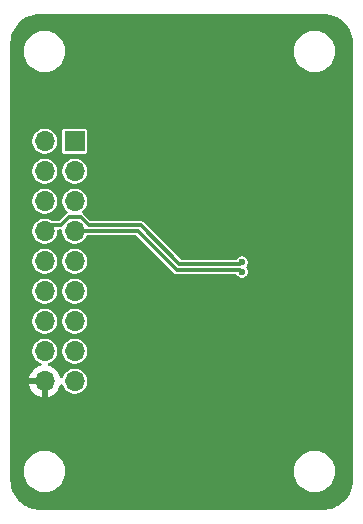
<source format=gbr>
%TF.GenerationSoftware,KiCad,Pcbnew,9.0.0*%
%TF.CreationDate,2025-08-11T15:21:08+02:00*%
%TF.ProjectId,ov5640_adapter,6f763536-3430-45f6-9164-61707465722e,rev?*%
%TF.SameCoordinates,Original*%
%TF.FileFunction,Copper,L2,Bot*%
%TF.FilePolarity,Positive*%
%FSLAX46Y46*%
G04 Gerber Fmt 4.6, Leading zero omitted, Abs format (unit mm)*
G04 Created by KiCad (PCBNEW 9.0.0) date 2025-08-11 15:21:08*
%MOMM*%
%LPD*%
G01*
G04 APERTURE LIST*
%TA.AperFunction,ComponentPad*%
%ADD10R,1.700000X1.700000*%
%TD*%
%TA.AperFunction,ComponentPad*%
%ADD11O,1.700000X1.700000*%
%TD*%
%TA.AperFunction,ViaPad*%
%ADD12C,0.600000*%
%TD*%
%TA.AperFunction,Conductor*%
%ADD13C,0.300000*%
%TD*%
G04 APERTURE END LIST*
D10*
%TO.P,J1,1,Pin_1*%
%TO.N,unconnected-(J1-Pin_1-Pad1)*%
X90240000Y-90850000D03*
D11*
%TO.P,J1,2,Pin_2*%
%TO.N,/CAM_PD#*%
X87700000Y-90850000D03*
%TO.P,J1,3,Pin_3*%
%TO.N,unconnected-(J1-Pin_3-Pad3)*%
X90240000Y-93390000D03*
%TO.P,J1,4,Pin_4*%
%TO.N,unconnected-(J1-Pin_4-Pad4)*%
X87700000Y-93390000D03*
%TO.P,J1,5,Pin_5*%
%TO.N,/CSI_D0_P*%
X90240000Y-95930000D03*
%TO.P,J1,6,Pin_6*%
%TO.N,/CSI_D0_N*%
X87700000Y-95930000D03*
%TO.P,J1,7,Pin_7*%
%TO.N,/CSI_CK_P*%
X90240000Y-98470000D03*
%TO.P,J1,8,Pin_8*%
%TO.N,/CSI_CK_N*%
X87700000Y-98470000D03*
%TO.P,J1,9,Pin_9*%
%TO.N,/CSI_D1_P*%
X90240000Y-101010000D03*
%TO.P,J1,10,Pin_10*%
%TO.N,/CSI_D1_N*%
X87700000Y-101010000D03*
%TO.P,J1,11,Pin_11*%
%TO.N,unconnected-(J1-Pin_11-Pad11)*%
X90240000Y-103550000D03*
%TO.P,J1,12,Pin_12*%
%TO.N,unconnected-(J1-Pin_12-Pad12)*%
X87700000Y-103550000D03*
%TO.P,J1,13,Pin_13*%
%TO.N,unconnected-(J1-Pin_13-Pad13)*%
X90240000Y-106090000D03*
%TO.P,J1,14,Pin_14*%
%TO.N,unconnected-(J1-Pin_14-Pad14)*%
X87700000Y-106090000D03*
%TO.P,J1,15,Pin_15*%
%TO.N,/SCL*%
X90240000Y-108630000D03*
%TO.P,J1,16,Pin_16*%
%TO.N,/SDA*%
X87700000Y-108630000D03*
%TO.P,J1,17,Pin_17*%
%TO.N,+3V3*%
X90240000Y-111170000D03*
%TO.P,J1,18,Pin_18*%
%TO.N,GND*%
X87700000Y-111170000D03*
%TD*%
D12*
%TO.N,/CSI_CK_P*%
X104400000Y-101900000D03*
%TO.N,GND*%
X104800000Y-100000000D03*
X98500000Y-96950000D03*
X92500000Y-99550000D03*
X92500000Y-102350000D03*
X88900000Y-96850000D03*
X104800000Y-103000000D03*
X88900000Y-99550000D03*
X97500000Y-102350000D03*
X103800000Y-100050000D03*
X92500000Y-94150000D03*
X88900000Y-102250000D03*
X104800000Y-97000000D03*
X99768600Y-100045600D03*
X88900000Y-94350000D03*
X98500000Y-94050000D03*
X103700000Y-103050000D03*
X104800000Y-94000000D03*
X92500000Y-96850000D03*
%TO.N,/CSI_CK_N*%
X104400000Y-101100000D03*
%TD*%
D13*
%TO.N,/CSI_CK_P*%
X98896446Y-101750000D02*
X95616446Y-98470000D01*
X95616446Y-98470000D02*
X90240000Y-98470000D01*
X104250000Y-101750000D02*
X98896446Y-101750000D01*
X104400000Y-101900000D02*
X104250000Y-101750000D01*
%TO.N,/CSI_CK_N*%
X99103554Y-101250000D02*
X95823554Y-97970000D01*
X90737471Y-97269000D02*
X89742529Y-97269000D01*
X104400000Y-101100000D02*
X104250000Y-101250000D01*
X89041529Y-97970000D02*
X88200000Y-97970000D01*
X104250000Y-101250000D02*
X99103554Y-101250000D01*
X91438471Y-97970000D02*
X90737471Y-97269000D01*
X88200000Y-97970000D02*
X87700000Y-98470000D01*
X95823554Y-97970000D02*
X91438471Y-97970000D01*
X89742529Y-97269000D02*
X89041529Y-97970000D01*
%TD*%
%TA.AperFunction,Conductor*%
%TO.N,GND*%
G36*
X111303736Y-80050726D02*
G01*
X111593796Y-80068271D01*
X111608659Y-80070076D01*
X111890798Y-80121780D01*
X111905335Y-80125363D01*
X112179172Y-80210695D01*
X112193163Y-80216000D01*
X112454743Y-80333727D01*
X112467989Y-80340680D01*
X112713465Y-80489075D01*
X112725776Y-80497573D01*
X112951573Y-80674473D01*
X112962781Y-80684403D01*
X113165596Y-80887218D01*
X113175526Y-80898426D01*
X113295481Y-81051538D01*
X113352422Y-81124217D01*
X113360928Y-81136540D01*
X113509316Y-81382004D01*
X113516275Y-81395263D01*
X113633997Y-81656831D01*
X113639306Y-81670832D01*
X113724635Y-81944663D01*
X113728219Y-81959201D01*
X113779923Y-82241340D01*
X113781728Y-82256205D01*
X113799274Y-82546263D01*
X113799500Y-82553750D01*
X113799500Y-119546249D01*
X113799274Y-119553736D01*
X113781728Y-119843794D01*
X113779923Y-119858659D01*
X113728219Y-120140798D01*
X113724635Y-120155336D01*
X113639306Y-120429167D01*
X113633997Y-120443168D01*
X113516275Y-120704736D01*
X113509316Y-120717995D01*
X113360928Y-120963459D01*
X113352422Y-120975782D01*
X113175526Y-121201573D01*
X113165596Y-121212781D01*
X112962781Y-121415596D01*
X112951573Y-121425526D01*
X112725782Y-121602422D01*
X112713459Y-121610928D01*
X112467995Y-121759316D01*
X112454736Y-121766275D01*
X112193168Y-121883997D01*
X112179167Y-121889306D01*
X111905336Y-121974635D01*
X111890798Y-121978219D01*
X111608659Y-122029923D01*
X111593794Y-122031728D01*
X111303736Y-122049274D01*
X111296249Y-122049500D01*
X87303751Y-122049500D01*
X87296264Y-122049274D01*
X87006205Y-122031728D01*
X86991340Y-122029923D01*
X86709201Y-121978219D01*
X86694663Y-121974635D01*
X86420832Y-121889306D01*
X86406831Y-121883997D01*
X86145263Y-121766275D01*
X86132004Y-121759316D01*
X85886540Y-121610928D01*
X85874217Y-121602422D01*
X85648426Y-121425526D01*
X85637218Y-121415596D01*
X85434403Y-121212781D01*
X85424473Y-121201573D01*
X85247573Y-120975776D01*
X85239075Y-120963465D01*
X85090680Y-120717989D01*
X85083727Y-120704743D01*
X84966000Y-120443163D01*
X84960693Y-120429167D01*
X84940183Y-120363349D01*
X84875363Y-120155335D01*
X84871780Y-120140798D01*
X84865938Y-120108918D01*
X84820075Y-119858657D01*
X84818271Y-119843794D01*
X84813481Y-119764612D01*
X84800726Y-119553736D01*
X84800500Y-119546249D01*
X84800500Y-118675258D01*
X85949500Y-118675258D01*
X85949500Y-118904741D01*
X85974446Y-119094215D01*
X85979452Y-119132238D01*
X85979453Y-119132240D01*
X86038842Y-119353887D01*
X86126650Y-119565876D01*
X86126657Y-119565890D01*
X86241392Y-119764617D01*
X86381081Y-119946661D01*
X86381089Y-119946670D01*
X86543330Y-120108911D01*
X86543338Y-120108918D01*
X86725382Y-120248607D01*
X86725385Y-120248608D01*
X86725388Y-120248611D01*
X86924112Y-120363344D01*
X86924117Y-120363346D01*
X86924123Y-120363349D01*
X87015480Y-120401190D01*
X87136113Y-120451158D01*
X87357762Y-120510548D01*
X87585266Y-120540500D01*
X87585273Y-120540500D01*
X87814727Y-120540500D01*
X87814734Y-120540500D01*
X88042238Y-120510548D01*
X88263887Y-120451158D01*
X88475888Y-120363344D01*
X88674612Y-120248611D01*
X88856661Y-120108919D01*
X88856665Y-120108914D01*
X88856670Y-120108911D01*
X89018911Y-119946670D01*
X89018914Y-119946665D01*
X89018919Y-119946661D01*
X89158611Y-119764612D01*
X89273344Y-119565888D01*
X89361158Y-119353887D01*
X89420548Y-119132238D01*
X89450500Y-118904734D01*
X89450500Y-118675266D01*
X89450499Y-118675258D01*
X108809500Y-118675258D01*
X108809500Y-118904741D01*
X108834446Y-119094215D01*
X108839452Y-119132238D01*
X108839453Y-119132240D01*
X108898842Y-119353887D01*
X108986650Y-119565876D01*
X108986657Y-119565890D01*
X109101392Y-119764617D01*
X109241081Y-119946661D01*
X109241089Y-119946670D01*
X109403330Y-120108911D01*
X109403338Y-120108918D01*
X109585382Y-120248607D01*
X109585385Y-120248608D01*
X109585388Y-120248611D01*
X109784112Y-120363344D01*
X109784117Y-120363346D01*
X109784123Y-120363349D01*
X109875480Y-120401190D01*
X109996113Y-120451158D01*
X110217762Y-120510548D01*
X110445266Y-120540500D01*
X110445273Y-120540500D01*
X110674727Y-120540500D01*
X110674734Y-120540500D01*
X110902238Y-120510548D01*
X111123887Y-120451158D01*
X111335888Y-120363344D01*
X111534612Y-120248611D01*
X111716661Y-120108919D01*
X111716665Y-120108914D01*
X111716670Y-120108911D01*
X111878911Y-119946670D01*
X111878914Y-119946665D01*
X111878919Y-119946661D01*
X112018611Y-119764612D01*
X112133344Y-119565888D01*
X112221158Y-119353887D01*
X112280548Y-119132238D01*
X112310500Y-118904734D01*
X112310500Y-118675266D01*
X112280548Y-118447762D01*
X112221158Y-118226113D01*
X112133344Y-118014112D01*
X112018611Y-117815388D01*
X112018608Y-117815385D01*
X112018607Y-117815382D01*
X111878918Y-117633338D01*
X111878911Y-117633330D01*
X111716670Y-117471089D01*
X111716661Y-117471081D01*
X111534617Y-117331392D01*
X111335890Y-117216657D01*
X111335876Y-117216650D01*
X111123887Y-117128842D01*
X110902238Y-117069452D01*
X110864215Y-117064446D01*
X110674741Y-117039500D01*
X110674734Y-117039500D01*
X110445266Y-117039500D01*
X110445258Y-117039500D01*
X110228715Y-117068009D01*
X110217762Y-117069452D01*
X110124076Y-117094554D01*
X109996112Y-117128842D01*
X109784123Y-117216650D01*
X109784109Y-117216657D01*
X109585382Y-117331392D01*
X109403338Y-117471081D01*
X109241081Y-117633338D01*
X109101392Y-117815382D01*
X108986657Y-118014109D01*
X108986650Y-118014123D01*
X108898842Y-118226112D01*
X108839453Y-118447759D01*
X108839451Y-118447770D01*
X108809500Y-118675258D01*
X89450499Y-118675258D01*
X89420548Y-118447762D01*
X89361158Y-118226113D01*
X89273344Y-118014112D01*
X89158611Y-117815388D01*
X89158608Y-117815385D01*
X89158607Y-117815382D01*
X89018918Y-117633338D01*
X89018911Y-117633330D01*
X88856670Y-117471089D01*
X88856661Y-117471081D01*
X88674617Y-117331392D01*
X88475890Y-117216657D01*
X88475876Y-117216650D01*
X88263887Y-117128842D01*
X88042238Y-117069452D01*
X88004215Y-117064446D01*
X87814741Y-117039500D01*
X87814734Y-117039500D01*
X87585266Y-117039500D01*
X87585258Y-117039500D01*
X87368715Y-117068009D01*
X87357762Y-117069452D01*
X87264076Y-117094554D01*
X87136112Y-117128842D01*
X86924123Y-117216650D01*
X86924109Y-117216657D01*
X86725382Y-117331392D01*
X86543338Y-117471081D01*
X86381081Y-117633338D01*
X86241392Y-117815382D01*
X86126657Y-118014109D01*
X86126650Y-118014123D01*
X86038842Y-118226112D01*
X85979453Y-118447759D01*
X85979451Y-118447770D01*
X85949500Y-118675258D01*
X84800500Y-118675258D01*
X84800500Y-110920000D01*
X86372769Y-110920000D01*
X87266988Y-110920000D01*
X87234075Y-110977007D01*
X87200000Y-111104174D01*
X87200000Y-111235826D01*
X87234075Y-111362993D01*
X87266988Y-111420000D01*
X86372769Y-111420000D01*
X86383242Y-111486126D01*
X86383242Y-111486129D01*
X86448904Y-111688217D01*
X86545379Y-111877557D01*
X86670272Y-112049459D01*
X86670276Y-112049464D01*
X86820535Y-112199723D01*
X86820540Y-112199727D01*
X86992442Y-112324620D01*
X87181782Y-112421095D01*
X87383871Y-112486757D01*
X87450000Y-112497231D01*
X87450000Y-111603012D01*
X87507007Y-111635925D01*
X87634174Y-111670000D01*
X87765826Y-111670000D01*
X87892993Y-111635925D01*
X87950000Y-111603012D01*
X87950000Y-112497230D01*
X88016126Y-112486757D01*
X88016129Y-112486757D01*
X88218217Y-112421095D01*
X88407557Y-112324620D01*
X88579459Y-112199727D01*
X88579464Y-112199723D01*
X88729723Y-112049464D01*
X88729727Y-112049459D01*
X88854620Y-111877557D01*
X88951095Y-111688217D01*
X89008343Y-111512026D01*
X89047780Y-111454351D01*
X89112139Y-111427152D01*
X89180985Y-111439066D01*
X89232461Y-111486310D01*
X89240835Y-111502891D01*
X89309058Y-111667596D01*
X89424024Y-111839657D01*
X89570342Y-111985975D01*
X89570345Y-111985977D01*
X89742402Y-112100941D01*
X89933580Y-112180130D01*
X90136530Y-112220499D01*
X90136534Y-112220500D01*
X90136535Y-112220500D01*
X90343466Y-112220500D01*
X90343467Y-112220499D01*
X90546420Y-112180130D01*
X90737598Y-112100941D01*
X90909655Y-111985977D01*
X91055977Y-111839655D01*
X91170941Y-111667598D01*
X91250130Y-111476420D01*
X91290500Y-111273465D01*
X91290500Y-111066535D01*
X91250130Y-110863580D01*
X91170941Y-110672402D01*
X91055977Y-110500345D01*
X91055975Y-110500342D01*
X90909657Y-110354024D01*
X90814638Y-110290535D01*
X90737598Y-110239059D01*
X90546420Y-110159870D01*
X90546412Y-110159868D01*
X90343469Y-110119500D01*
X90343465Y-110119500D01*
X90136535Y-110119500D01*
X90136530Y-110119500D01*
X89933587Y-110159868D01*
X89933579Y-110159870D01*
X89742403Y-110239058D01*
X89570342Y-110354024D01*
X89424024Y-110500342D01*
X89309057Y-110672403D01*
X89240835Y-110837108D01*
X89196994Y-110891511D01*
X89130700Y-110913576D01*
X89063000Y-110896297D01*
X89015390Y-110845159D01*
X89008343Y-110827973D01*
X88951095Y-110651782D01*
X88854620Y-110462442D01*
X88729727Y-110290540D01*
X88729723Y-110290535D01*
X88579464Y-110140276D01*
X88579459Y-110140272D01*
X88407557Y-110015379D01*
X88218216Y-109918904D01*
X88042026Y-109861656D01*
X87984350Y-109822218D01*
X87957152Y-109757860D01*
X87969067Y-109689013D01*
X88016311Y-109637538D01*
X88032882Y-109629168D01*
X88197598Y-109560941D01*
X88369655Y-109445977D01*
X88515977Y-109299655D01*
X88630941Y-109127598D01*
X88710130Y-108936420D01*
X88750500Y-108733465D01*
X88750500Y-108526535D01*
X88750499Y-108526530D01*
X89189500Y-108526530D01*
X89189500Y-108733469D01*
X89229868Y-108936412D01*
X89229870Y-108936420D01*
X89309058Y-109127596D01*
X89424024Y-109299657D01*
X89570342Y-109445975D01*
X89570345Y-109445977D01*
X89742402Y-109560941D01*
X89933580Y-109640130D01*
X90098855Y-109673005D01*
X90136530Y-109680499D01*
X90136534Y-109680500D01*
X90136535Y-109680500D01*
X90343466Y-109680500D01*
X90343467Y-109680499D01*
X90546420Y-109640130D01*
X90737598Y-109560941D01*
X90909655Y-109445977D01*
X91055977Y-109299655D01*
X91170941Y-109127598D01*
X91250130Y-108936420D01*
X91290500Y-108733465D01*
X91290500Y-108526535D01*
X91250130Y-108323580D01*
X91170941Y-108132402D01*
X91055977Y-107960345D01*
X91055975Y-107960342D01*
X90909657Y-107814024D01*
X90823626Y-107756541D01*
X90737598Y-107699059D01*
X90546420Y-107619870D01*
X90546412Y-107619868D01*
X90343469Y-107579500D01*
X90343465Y-107579500D01*
X90136535Y-107579500D01*
X90136530Y-107579500D01*
X89933587Y-107619868D01*
X89933579Y-107619870D01*
X89742403Y-107699058D01*
X89570342Y-107814024D01*
X89424024Y-107960342D01*
X89309058Y-108132403D01*
X89229870Y-108323579D01*
X89229868Y-108323587D01*
X89189500Y-108526530D01*
X88750499Y-108526530D01*
X88710130Y-108323580D01*
X88630941Y-108132402D01*
X88515977Y-107960345D01*
X88515975Y-107960342D01*
X88369657Y-107814024D01*
X88283626Y-107756541D01*
X88197598Y-107699059D01*
X88006420Y-107619870D01*
X88006412Y-107619868D01*
X87803469Y-107579500D01*
X87803465Y-107579500D01*
X87596535Y-107579500D01*
X87596530Y-107579500D01*
X87393587Y-107619868D01*
X87393579Y-107619870D01*
X87202403Y-107699058D01*
X87030342Y-107814024D01*
X86884024Y-107960342D01*
X86769058Y-108132403D01*
X86689870Y-108323579D01*
X86689868Y-108323587D01*
X86649500Y-108526530D01*
X86649500Y-108733469D01*
X86689868Y-108936412D01*
X86689870Y-108936420D01*
X86769058Y-109127596D01*
X86884024Y-109299657D01*
X87030342Y-109445975D01*
X87202405Y-109560943D01*
X87305043Y-109603456D01*
X87367108Y-109629164D01*
X87421511Y-109673005D01*
X87443576Y-109739299D01*
X87426297Y-109806998D01*
X87375160Y-109854609D01*
X87357974Y-109861656D01*
X87181781Y-109918905D01*
X86992442Y-110015379D01*
X86820540Y-110140272D01*
X86820535Y-110140276D01*
X86670276Y-110290535D01*
X86670272Y-110290540D01*
X86545379Y-110462442D01*
X86448904Y-110651782D01*
X86383242Y-110853870D01*
X86383242Y-110853873D01*
X86372769Y-110920000D01*
X84800500Y-110920000D01*
X84800500Y-105986530D01*
X86649500Y-105986530D01*
X86649500Y-106193469D01*
X86689868Y-106396412D01*
X86689870Y-106396420D01*
X86769058Y-106587596D01*
X86884024Y-106759657D01*
X87030342Y-106905975D01*
X87030345Y-106905977D01*
X87202402Y-107020941D01*
X87393580Y-107100130D01*
X87596530Y-107140499D01*
X87596534Y-107140500D01*
X87596535Y-107140500D01*
X87803466Y-107140500D01*
X87803467Y-107140499D01*
X88006420Y-107100130D01*
X88197598Y-107020941D01*
X88369655Y-106905977D01*
X88515977Y-106759655D01*
X88630941Y-106587598D01*
X88710130Y-106396420D01*
X88750500Y-106193465D01*
X88750500Y-105986535D01*
X88750499Y-105986530D01*
X89189500Y-105986530D01*
X89189500Y-106193469D01*
X89229868Y-106396412D01*
X89229870Y-106396420D01*
X89309058Y-106587596D01*
X89424024Y-106759657D01*
X89570342Y-106905975D01*
X89570345Y-106905977D01*
X89742402Y-107020941D01*
X89933580Y-107100130D01*
X90136530Y-107140499D01*
X90136534Y-107140500D01*
X90136535Y-107140500D01*
X90343466Y-107140500D01*
X90343467Y-107140499D01*
X90546420Y-107100130D01*
X90737598Y-107020941D01*
X90909655Y-106905977D01*
X91055977Y-106759655D01*
X91170941Y-106587598D01*
X91250130Y-106396420D01*
X91290500Y-106193465D01*
X91290500Y-105986535D01*
X91250130Y-105783580D01*
X91170941Y-105592402D01*
X91055977Y-105420345D01*
X91055975Y-105420342D01*
X90909657Y-105274024D01*
X90823626Y-105216541D01*
X90737598Y-105159059D01*
X90546420Y-105079870D01*
X90546412Y-105079868D01*
X90343469Y-105039500D01*
X90343465Y-105039500D01*
X90136535Y-105039500D01*
X90136530Y-105039500D01*
X89933587Y-105079868D01*
X89933579Y-105079870D01*
X89742403Y-105159058D01*
X89570342Y-105274024D01*
X89424024Y-105420342D01*
X89309058Y-105592403D01*
X89229870Y-105783579D01*
X89229868Y-105783587D01*
X89189500Y-105986530D01*
X88750499Y-105986530D01*
X88710130Y-105783580D01*
X88630941Y-105592402D01*
X88515977Y-105420345D01*
X88515975Y-105420342D01*
X88369657Y-105274024D01*
X88283626Y-105216541D01*
X88197598Y-105159059D01*
X88006420Y-105079870D01*
X88006412Y-105079868D01*
X87803469Y-105039500D01*
X87803465Y-105039500D01*
X87596535Y-105039500D01*
X87596530Y-105039500D01*
X87393587Y-105079868D01*
X87393579Y-105079870D01*
X87202403Y-105159058D01*
X87030342Y-105274024D01*
X86884024Y-105420342D01*
X86769058Y-105592403D01*
X86689870Y-105783579D01*
X86689868Y-105783587D01*
X86649500Y-105986530D01*
X84800500Y-105986530D01*
X84800500Y-103446530D01*
X86649500Y-103446530D01*
X86649500Y-103653469D01*
X86689868Y-103856412D01*
X86689870Y-103856420D01*
X86769058Y-104047596D01*
X86884024Y-104219657D01*
X87030342Y-104365975D01*
X87030345Y-104365977D01*
X87202402Y-104480941D01*
X87393580Y-104560130D01*
X87596530Y-104600499D01*
X87596534Y-104600500D01*
X87596535Y-104600500D01*
X87803466Y-104600500D01*
X87803467Y-104600499D01*
X88006420Y-104560130D01*
X88197598Y-104480941D01*
X88369655Y-104365977D01*
X88515977Y-104219655D01*
X88630941Y-104047598D01*
X88710130Y-103856420D01*
X88750500Y-103653465D01*
X88750500Y-103446535D01*
X88750499Y-103446530D01*
X89189500Y-103446530D01*
X89189500Y-103653469D01*
X89229868Y-103856412D01*
X89229870Y-103856420D01*
X89309058Y-104047596D01*
X89424024Y-104219657D01*
X89570342Y-104365975D01*
X89570345Y-104365977D01*
X89742402Y-104480941D01*
X89933580Y-104560130D01*
X90136530Y-104600499D01*
X90136534Y-104600500D01*
X90136535Y-104600500D01*
X90343466Y-104600500D01*
X90343467Y-104600499D01*
X90546420Y-104560130D01*
X90737598Y-104480941D01*
X90909655Y-104365977D01*
X91055977Y-104219655D01*
X91170941Y-104047598D01*
X91250130Y-103856420D01*
X91290500Y-103653465D01*
X91290500Y-103446535D01*
X91250130Y-103243580D01*
X91170941Y-103052402D01*
X91055977Y-102880345D01*
X91055975Y-102880342D01*
X90909657Y-102734024D01*
X90823626Y-102676541D01*
X90737598Y-102619059D01*
X90546420Y-102539870D01*
X90546412Y-102539868D01*
X90343469Y-102499500D01*
X90343465Y-102499500D01*
X90136535Y-102499500D01*
X90136530Y-102499500D01*
X89933587Y-102539868D01*
X89933579Y-102539870D01*
X89742403Y-102619058D01*
X89570342Y-102734024D01*
X89424024Y-102880342D01*
X89309058Y-103052403D01*
X89229870Y-103243579D01*
X89229868Y-103243587D01*
X89189500Y-103446530D01*
X88750499Y-103446530D01*
X88710130Y-103243580D01*
X88630941Y-103052402D01*
X88515977Y-102880345D01*
X88515975Y-102880342D01*
X88369657Y-102734024D01*
X88283626Y-102676541D01*
X88197598Y-102619059D01*
X88006420Y-102539870D01*
X88006412Y-102539868D01*
X87803469Y-102499500D01*
X87803465Y-102499500D01*
X87596535Y-102499500D01*
X87596530Y-102499500D01*
X87393587Y-102539868D01*
X87393579Y-102539870D01*
X87202403Y-102619058D01*
X87030342Y-102734024D01*
X86884024Y-102880342D01*
X86769058Y-103052403D01*
X86689870Y-103243579D01*
X86689868Y-103243587D01*
X86649500Y-103446530D01*
X84800500Y-103446530D01*
X84800500Y-100906530D01*
X86649500Y-100906530D01*
X86649500Y-101113469D01*
X86689868Y-101316412D01*
X86689870Y-101316420D01*
X86769058Y-101507596D01*
X86884024Y-101679657D01*
X87030342Y-101825975D01*
X87030345Y-101825977D01*
X87202402Y-101940941D01*
X87393580Y-102020130D01*
X87596530Y-102060499D01*
X87596534Y-102060500D01*
X87596535Y-102060500D01*
X87803466Y-102060500D01*
X87803467Y-102060499D01*
X88006420Y-102020130D01*
X88197598Y-101940941D01*
X88369655Y-101825977D01*
X88515977Y-101679655D01*
X88630941Y-101507598D01*
X88710130Y-101316420D01*
X88750500Y-101113465D01*
X88750500Y-100906535D01*
X88750499Y-100906530D01*
X89189500Y-100906530D01*
X89189500Y-101113469D01*
X89229868Y-101316412D01*
X89229870Y-101316420D01*
X89309058Y-101507596D01*
X89424024Y-101679657D01*
X89570342Y-101825975D01*
X89570345Y-101825977D01*
X89742402Y-101940941D01*
X89933580Y-102020130D01*
X90136530Y-102060499D01*
X90136534Y-102060500D01*
X90136535Y-102060500D01*
X90343466Y-102060500D01*
X90343467Y-102060499D01*
X90546420Y-102020130D01*
X90737598Y-101940941D01*
X90909655Y-101825977D01*
X91055977Y-101679655D01*
X91170941Y-101507598D01*
X91250130Y-101316420D01*
X91290500Y-101113465D01*
X91290500Y-100906535D01*
X91250130Y-100703580D01*
X91170941Y-100512402D01*
X91055977Y-100340345D01*
X91055975Y-100340342D01*
X90909657Y-100194024D01*
X90823626Y-100136541D01*
X90737598Y-100079059D01*
X90546420Y-99999870D01*
X90546412Y-99999868D01*
X90343469Y-99959500D01*
X90343465Y-99959500D01*
X90136535Y-99959500D01*
X90136530Y-99959500D01*
X89933587Y-99999868D01*
X89933579Y-99999870D01*
X89742403Y-100079058D01*
X89570342Y-100194024D01*
X89424024Y-100340342D01*
X89309058Y-100512403D01*
X89229870Y-100703579D01*
X89229868Y-100703587D01*
X89189500Y-100906530D01*
X88750499Y-100906530D01*
X88710130Y-100703580D01*
X88630941Y-100512402D01*
X88515977Y-100340345D01*
X88515975Y-100340342D01*
X88369657Y-100194024D01*
X88283626Y-100136541D01*
X88197598Y-100079059D01*
X88006420Y-99999870D01*
X88006412Y-99999868D01*
X87803469Y-99959500D01*
X87803465Y-99959500D01*
X87596535Y-99959500D01*
X87596530Y-99959500D01*
X87393587Y-99999868D01*
X87393579Y-99999870D01*
X87202403Y-100079058D01*
X87030342Y-100194024D01*
X86884024Y-100340342D01*
X86769058Y-100512403D01*
X86689870Y-100703579D01*
X86689868Y-100703587D01*
X86649500Y-100906530D01*
X84800500Y-100906530D01*
X84800500Y-98366530D01*
X86649500Y-98366530D01*
X86649500Y-98573469D01*
X86689868Y-98776412D01*
X86689870Y-98776420D01*
X86769058Y-98967596D01*
X86884024Y-99139657D01*
X87030342Y-99285975D01*
X87030345Y-99285977D01*
X87202402Y-99400941D01*
X87393580Y-99480130D01*
X87596530Y-99520499D01*
X87596534Y-99520500D01*
X87596535Y-99520500D01*
X87803466Y-99520500D01*
X87803467Y-99520499D01*
X88006420Y-99480130D01*
X88197598Y-99400941D01*
X88369655Y-99285977D01*
X88515977Y-99139655D01*
X88630941Y-98967598D01*
X88710130Y-98776420D01*
X88750500Y-98573465D01*
X88750500Y-98444500D01*
X88753050Y-98435814D01*
X88751762Y-98426853D01*
X88762740Y-98402812D01*
X88770185Y-98377461D01*
X88777025Y-98371533D01*
X88780787Y-98363297D01*
X88803021Y-98349007D01*
X88822989Y-98331706D01*
X88833503Y-98329418D01*
X88839565Y-98325523D01*
X88874500Y-98320500D01*
X89065500Y-98320500D01*
X89132539Y-98340185D01*
X89178294Y-98392989D01*
X89189500Y-98444500D01*
X89189500Y-98573469D01*
X89229868Y-98776412D01*
X89229870Y-98776420D01*
X89309058Y-98967596D01*
X89424024Y-99139657D01*
X89570342Y-99285975D01*
X89570345Y-99285977D01*
X89742402Y-99400941D01*
X89933580Y-99480130D01*
X90136530Y-99520499D01*
X90136534Y-99520500D01*
X90136535Y-99520500D01*
X90343466Y-99520500D01*
X90343467Y-99520499D01*
X90546420Y-99480130D01*
X90737598Y-99400941D01*
X90909655Y-99285977D01*
X91055977Y-99139655D01*
X91170941Y-98967598D01*
X91200164Y-98897048D01*
X91244005Y-98842644D01*
X91310299Y-98820579D01*
X91314725Y-98820500D01*
X95419902Y-98820500D01*
X95486941Y-98840185D01*
X95507583Y-98856819D01*
X98681233Y-102030469D01*
X98733246Y-102060499D01*
X98733248Y-102060500D01*
X98733250Y-102060501D01*
X98761155Y-102076613D01*
X98761157Y-102076613D01*
X98761158Y-102076614D01*
X98850302Y-102100500D01*
X103866240Y-102100500D01*
X103933279Y-102120185D01*
X103973626Y-102162499D01*
X103999500Y-102207314D01*
X104092686Y-102300500D01*
X104206814Y-102366392D01*
X104334108Y-102400500D01*
X104334110Y-102400500D01*
X104465890Y-102400500D01*
X104465892Y-102400500D01*
X104593186Y-102366392D01*
X104707314Y-102300500D01*
X104800500Y-102207314D01*
X104866392Y-102093186D01*
X104900500Y-101965892D01*
X104900500Y-101834108D01*
X104866392Y-101706814D01*
X104800500Y-101592686D01*
X104795495Y-101587681D01*
X104762010Y-101526358D01*
X104766994Y-101456666D01*
X104795495Y-101412319D01*
X104800500Y-101407314D01*
X104866392Y-101293186D01*
X104900500Y-101165892D01*
X104900500Y-101034108D01*
X104866392Y-100906814D01*
X104800500Y-100792686D01*
X104707314Y-100699500D01*
X104650250Y-100666554D01*
X104593187Y-100633608D01*
X104529539Y-100616554D01*
X104465892Y-100599500D01*
X104334108Y-100599500D01*
X104206812Y-100633608D01*
X104092686Y-100699500D01*
X104092683Y-100699502D01*
X103999501Y-100792684D01*
X103973627Y-100837500D01*
X103923060Y-100885716D01*
X103866240Y-100899500D01*
X99300098Y-100899500D01*
X99233059Y-100879815D01*
X99212417Y-100863181D01*
X96038767Y-97689531D01*
X96038762Y-97689527D01*
X95958844Y-97643387D01*
X95958843Y-97643386D01*
X95958842Y-97643386D01*
X95869698Y-97619500D01*
X95869697Y-97619500D01*
X91635015Y-97619500D01*
X91567976Y-97599815D01*
X91547334Y-97583181D01*
X90952684Y-96988531D01*
X90952679Y-96988527D01*
X90907553Y-96962474D01*
X90859338Y-96911907D01*
X90846114Y-96843300D01*
X90872082Y-96778436D01*
X90900669Y-96751981D01*
X90909655Y-96745977D01*
X91055977Y-96599655D01*
X91170941Y-96427598D01*
X91250130Y-96236420D01*
X91290500Y-96033465D01*
X91290500Y-95826535D01*
X91250130Y-95623580D01*
X91170941Y-95432402D01*
X91055977Y-95260345D01*
X91055975Y-95260342D01*
X90909657Y-95114024D01*
X90823626Y-95056541D01*
X90737598Y-94999059D01*
X90546420Y-94919870D01*
X90546412Y-94919868D01*
X90343469Y-94879500D01*
X90343465Y-94879500D01*
X90136535Y-94879500D01*
X90136530Y-94879500D01*
X89933587Y-94919868D01*
X89933579Y-94919870D01*
X89742403Y-94999058D01*
X89570342Y-95114024D01*
X89424024Y-95260342D01*
X89309058Y-95432403D01*
X89229870Y-95623579D01*
X89229868Y-95623587D01*
X89189500Y-95826530D01*
X89189500Y-96033469D01*
X89229868Y-96236412D01*
X89229870Y-96236420D01*
X89309058Y-96427596D01*
X89424024Y-96599657D01*
X89570343Y-96745976D01*
X89579334Y-96751983D01*
X89624140Y-96805594D01*
X89632850Y-96874918D01*
X89602697Y-96937947D01*
X89572447Y-96962474D01*
X89527317Y-96988529D01*
X89527315Y-96988531D01*
X88932666Y-97583181D01*
X88871343Y-97616666D01*
X88844985Y-97619500D01*
X88355601Y-97619500D01*
X88288562Y-97599815D01*
X88286750Y-97598628D01*
X88232471Y-97562360D01*
X88197603Y-97539062D01*
X88197595Y-97539057D01*
X88006420Y-97459870D01*
X88006412Y-97459868D01*
X87803469Y-97419500D01*
X87803465Y-97419500D01*
X87596535Y-97419500D01*
X87596530Y-97419500D01*
X87393587Y-97459868D01*
X87393579Y-97459870D01*
X87202403Y-97539058D01*
X87030342Y-97654024D01*
X86884024Y-97800342D01*
X86769058Y-97972403D01*
X86689870Y-98163579D01*
X86689868Y-98163587D01*
X86649500Y-98366530D01*
X84800500Y-98366530D01*
X84800500Y-95826530D01*
X86649500Y-95826530D01*
X86649500Y-96033469D01*
X86689868Y-96236412D01*
X86689870Y-96236420D01*
X86769058Y-96427596D01*
X86884024Y-96599657D01*
X87030342Y-96745975D01*
X87030345Y-96745977D01*
X87202402Y-96860941D01*
X87393580Y-96940130D01*
X87505912Y-96962474D01*
X87596530Y-96980499D01*
X87596534Y-96980500D01*
X87596535Y-96980500D01*
X87803466Y-96980500D01*
X87803467Y-96980499D01*
X88006420Y-96940130D01*
X88197598Y-96860941D01*
X88369655Y-96745977D01*
X88515977Y-96599655D01*
X88630941Y-96427598D01*
X88710130Y-96236420D01*
X88750500Y-96033465D01*
X88750500Y-95826535D01*
X88710130Y-95623580D01*
X88630941Y-95432402D01*
X88515977Y-95260345D01*
X88515975Y-95260342D01*
X88369657Y-95114024D01*
X88283626Y-95056541D01*
X88197598Y-94999059D01*
X88006420Y-94919870D01*
X88006412Y-94919868D01*
X87803469Y-94879500D01*
X87803465Y-94879500D01*
X87596535Y-94879500D01*
X87596530Y-94879500D01*
X87393587Y-94919868D01*
X87393579Y-94919870D01*
X87202403Y-94999058D01*
X87030342Y-95114024D01*
X86884024Y-95260342D01*
X86769058Y-95432403D01*
X86689870Y-95623579D01*
X86689868Y-95623587D01*
X86649500Y-95826530D01*
X84800500Y-95826530D01*
X84800500Y-93286530D01*
X86649500Y-93286530D01*
X86649500Y-93493469D01*
X86689868Y-93696412D01*
X86689870Y-93696420D01*
X86769058Y-93887596D01*
X86884024Y-94059657D01*
X87030342Y-94205975D01*
X87030345Y-94205977D01*
X87202402Y-94320941D01*
X87393580Y-94400130D01*
X87596530Y-94440499D01*
X87596534Y-94440500D01*
X87596535Y-94440500D01*
X87803466Y-94440500D01*
X87803467Y-94440499D01*
X88006420Y-94400130D01*
X88197598Y-94320941D01*
X88369655Y-94205977D01*
X88515977Y-94059655D01*
X88630941Y-93887598D01*
X88710130Y-93696420D01*
X88750500Y-93493465D01*
X88750500Y-93286535D01*
X88750499Y-93286530D01*
X89189500Y-93286530D01*
X89189500Y-93493469D01*
X89229868Y-93696412D01*
X89229870Y-93696420D01*
X89309058Y-93887596D01*
X89424024Y-94059657D01*
X89570342Y-94205975D01*
X89570345Y-94205977D01*
X89742402Y-94320941D01*
X89933580Y-94400130D01*
X90136530Y-94440499D01*
X90136534Y-94440500D01*
X90136535Y-94440500D01*
X90343466Y-94440500D01*
X90343467Y-94440499D01*
X90546420Y-94400130D01*
X90737598Y-94320941D01*
X90909655Y-94205977D01*
X91055977Y-94059655D01*
X91170941Y-93887598D01*
X91250130Y-93696420D01*
X91290500Y-93493465D01*
X91290500Y-93286535D01*
X91250130Y-93083580D01*
X91170941Y-92892402D01*
X91055977Y-92720345D01*
X91055975Y-92720342D01*
X90909657Y-92574024D01*
X90823626Y-92516541D01*
X90737598Y-92459059D01*
X90546420Y-92379870D01*
X90546412Y-92379868D01*
X90343469Y-92339500D01*
X90343465Y-92339500D01*
X90136535Y-92339500D01*
X90136530Y-92339500D01*
X89933587Y-92379868D01*
X89933579Y-92379870D01*
X89742403Y-92459058D01*
X89570342Y-92574024D01*
X89424024Y-92720342D01*
X89309058Y-92892403D01*
X89229870Y-93083579D01*
X89229868Y-93083587D01*
X89189500Y-93286530D01*
X88750499Y-93286530D01*
X88710130Y-93083580D01*
X88630941Y-92892402D01*
X88515977Y-92720345D01*
X88515975Y-92720342D01*
X88369657Y-92574024D01*
X88283626Y-92516541D01*
X88197598Y-92459059D01*
X88006420Y-92379870D01*
X88006412Y-92379868D01*
X87803469Y-92339500D01*
X87803465Y-92339500D01*
X87596535Y-92339500D01*
X87596530Y-92339500D01*
X87393587Y-92379868D01*
X87393579Y-92379870D01*
X87202403Y-92459058D01*
X87030342Y-92574024D01*
X86884024Y-92720342D01*
X86769058Y-92892403D01*
X86689870Y-93083579D01*
X86689868Y-93083587D01*
X86649500Y-93286530D01*
X84800500Y-93286530D01*
X84800500Y-90746530D01*
X86649500Y-90746530D01*
X86649500Y-90953469D01*
X86689868Y-91156412D01*
X86689870Y-91156420D01*
X86769058Y-91347596D01*
X86884024Y-91519657D01*
X87030342Y-91665975D01*
X87030345Y-91665977D01*
X87202402Y-91780941D01*
X87393580Y-91860130D01*
X87538052Y-91888867D01*
X87596530Y-91900499D01*
X87596534Y-91900500D01*
X87596535Y-91900500D01*
X87803466Y-91900500D01*
X87803467Y-91900499D01*
X88006420Y-91860130D01*
X88197598Y-91780941D01*
X88369655Y-91665977D01*
X88515977Y-91519655D01*
X88630941Y-91347598D01*
X88710130Y-91156420D01*
X88750500Y-90953465D01*
X88750500Y-90746535D01*
X88710130Y-90543580D01*
X88630941Y-90352402D01*
X88515977Y-90180345D01*
X88515975Y-90180342D01*
X88369657Y-90034024D01*
X88289173Y-89980247D01*
X89189500Y-89980247D01*
X89189500Y-91719752D01*
X89201131Y-91778229D01*
X89201132Y-91778230D01*
X89245447Y-91844552D01*
X89311769Y-91888867D01*
X89311770Y-91888868D01*
X89370247Y-91900499D01*
X89370250Y-91900500D01*
X89370252Y-91900500D01*
X91109750Y-91900500D01*
X91109751Y-91900499D01*
X91124568Y-91897552D01*
X91168229Y-91888868D01*
X91168229Y-91888867D01*
X91168231Y-91888867D01*
X91234552Y-91844552D01*
X91278867Y-91778231D01*
X91278867Y-91778229D01*
X91278868Y-91778229D01*
X91290499Y-91719752D01*
X91290500Y-91719750D01*
X91290500Y-89980249D01*
X91290499Y-89980247D01*
X91278868Y-89921770D01*
X91278867Y-89921769D01*
X91234552Y-89855447D01*
X91168230Y-89811132D01*
X91168229Y-89811131D01*
X91109752Y-89799500D01*
X91109748Y-89799500D01*
X89370252Y-89799500D01*
X89370247Y-89799500D01*
X89311770Y-89811131D01*
X89311769Y-89811132D01*
X89245447Y-89855447D01*
X89201132Y-89921769D01*
X89201131Y-89921770D01*
X89189500Y-89980247D01*
X88289173Y-89980247D01*
X88201655Y-89921770D01*
X88197598Y-89919059D01*
X88006420Y-89839870D01*
X88006412Y-89839868D01*
X87803469Y-89799500D01*
X87803465Y-89799500D01*
X87596535Y-89799500D01*
X87596530Y-89799500D01*
X87393587Y-89839868D01*
X87393579Y-89839870D01*
X87202403Y-89919058D01*
X87030342Y-90034024D01*
X86884024Y-90180342D01*
X86769058Y-90352403D01*
X86689870Y-90543579D01*
X86689868Y-90543587D01*
X86649500Y-90746530D01*
X84800500Y-90746530D01*
X84800500Y-83115258D01*
X85949500Y-83115258D01*
X85949500Y-83344741D01*
X85974446Y-83534215D01*
X85979452Y-83572238D01*
X85979453Y-83572240D01*
X86038842Y-83793887D01*
X86126650Y-84005876D01*
X86126657Y-84005890D01*
X86241392Y-84204617D01*
X86381081Y-84386661D01*
X86381089Y-84386670D01*
X86543330Y-84548911D01*
X86543338Y-84548918D01*
X86725382Y-84688607D01*
X86725385Y-84688608D01*
X86725388Y-84688611D01*
X86924112Y-84803344D01*
X86924117Y-84803346D01*
X86924123Y-84803349D01*
X87015480Y-84841190D01*
X87136113Y-84891158D01*
X87357762Y-84950548D01*
X87585266Y-84980500D01*
X87585273Y-84980500D01*
X87814727Y-84980500D01*
X87814734Y-84980500D01*
X88042238Y-84950548D01*
X88263887Y-84891158D01*
X88475888Y-84803344D01*
X88674612Y-84688611D01*
X88856661Y-84548919D01*
X88856665Y-84548914D01*
X88856670Y-84548911D01*
X89018911Y-84386670D01*
X89018914Y-84386665D01*
X89018919Y-84386661D01*
X89158611Y-84204612D01*
X89273344Y-84005888D01*
X89361158Y-83793887D01*
X89420548Y-83572238D01*
X89450500Y-83344734D01*
X89450500Y-83115266D01*
X89450499Y-83115258D01*
X108809500Y-83115258D01*
X108809500Y-83344741D01*
X108834446Y-83534215D01*
X108839452Y-83572238D01*
X108839453Y-83572240D01*
X108898842Y-83793887D01*
X108986650Y-84005876D01*
X108986657Y-84005890D01*
X109101392Y-84204617D01*
X109241081Y-84386661D01*
X109241089Y-84386670D01*
X109403330Y-84548911D01*
X109403338Y-84548918D01*
X109585382Y-84688607D01*
X109585385Y-84688608D01*
X109585388Y-84688611D01*
X109784112Y-84803344D01*
X109784117Y-84803346D01*
X109784123Y-84803349D01*
X109875480Y-84841190D01*
X109996113Y-84891158D01*
X110217762Y-84950548D01*
X110445266Y-84980500D01*
X110445273Y-84980500D01*
X110674727Y-84980500D01*
X110674734Y-84980500D01*
X110902238Y-84950548D01*
X111123887Y-84891158D01*
X111335888Y-84803344D01*
X111534612Y-84688611D01*
X111716661Y-84548919D01*
X111716665Y-84548914D01*
X111716670Y-84548911D01*
X111878911Y-84386670D01*
X111878914Y-84386665D01*
X111878919Y-84386661D01*
X112018611Y-84204612D01*
X112133344Y-84005888D01*
X112221158Y-83793887D01*
X112280548Y-83572238D01*
X112310500Y-83344734D01*
X112310500Y-83115266D01*
X112280548Y-82887762D01*
X112221158Y-82666113D01*
X112133344Y-82454112D01*
X112018611Y-82255388D01*
X112018608Y-82255385D01*
X112018607Y-82255382D01*
X111878918Y-82073338D01*
X111878911Y-82073330D01*
X111716670Y-81911089D01*
X111716661Y-81911081D01*
X111534617Y-81771392D01*
X111335890Y-81656657D01*
X111335876Y-81656650D01*
X111123887Y-81568842D01*
X110902238Y-81509452D01*
X110864215Y-81504446D01*
X110674741Y-81479500D01*
X110674734Y-81479500D01*
X110445266Y-81479500D01*
X110445258Y-81479500D01*
X110228715Y-81508009D01*
X110217762Y-81509452D01*
X110124076Y-81534554D01*
X109996112Y-81568842D01*
X109784123Y-81656650D01*
X109784109Y-81656657D01*
X109585382Y-81771392D01*
X109403338Y-81911081D01*
X109241081Y-82073338D01*
X109101392Y-82255382D01*
X108986657Y-82454109D01*
X108986650Y-82454123D01*
X108898842Y-82666112D01*
X108839453Y-82887759D01*
X108839451Y-82887770D01*
X108809500Y-83115258D01*
X89450499Y-83115258D01*
X89420548Y-82887762D01*
X89361158Y-82666113D01*
X89273344Y-82454112D01*
X89158611Y-82255388D01*
X89158608Y-82255385D01*
X89158607Y-82255382D01*
X89018918Y-82073338D01*
X89018911Y-82073330D01*
X88856670Y-81911089D01*
X88856661Y-81911081D01*
X88674617Y-81771392D01*
X88475890Y-81656657D01*
X88475876Y-81656650D01*
X88263887Y-81568842D01*
X88042238Y-81509452D01*
X88004215Y-81504446D01*
X87814741Y-81479500D01*
X87814734Y-81479500D01*
X87585266Y-81479500D01*
X87585258Y-81479500D01*
X87368715Y-81508009D01*
X87357762Y-81509452D01*
X87264076Y-81534554D01*
X87136112Y-81568842D01*
X86924123Y-81656650D01*
X86924109Y-81656657D01*
X86725382Y-81771392D01*
X86543338Y-81911081D01*
X86381081Y-82073338D01*
X86241392Y-82255382D01*
X86126657Y-82454109D01*
X86126650Y-82454123D01*
X86038842Y-82666112D01*
X85979453Y-82887759D01*
X85979451Y-82887770D01*
X85949500Y-83115258D01*
X84800500Y-83115258D01*
X84800500Y-82553750D01*
X84800726Y-82546263D01*
X84818271Y-82256205D01*
X84820076Y-82241340D01*
X84850864Y-82073339D01*
X84871780Y-81959197D01*
X84875364Y-81944663D01*
X84885829Y-81911081D01*
X84960696Y-81670822D01*
X84965998Y-81656841D01*
X85083731Y-81395249D01*
X85090676Y-81382016D01*
X85239080Y-81136526D01*
X85247567Y-81124230D01*
X85424480Y-80898417D01*
X85434395Y-80887226D01*
X85637226Y-80684395D01*
X85648417Y-80674480D01*
X85874230Y-80497567D01*
X85886526Y-80489080D01*
X86132016Y-80340676D01*
X86145249Y-80333731D01*
X86406841Y-80215998D01*
X86420822Y-80210696D01*
X86694668Y-80125362D01*
X86709197Y-80121780D01*
X86991344Y-80070075D01*
X87006201Y-80068271D01*
X87296264Y-80050726D01*
X87303751Y-80050500D01*
X87365892Y-80050500D01*
X111234108Y-80050500D01*
X111296249Y-80050500D01*
X111303736Y-80050726D01*
G37*
%TD.AperFunction*%
%TD*%
M02*

</source>
